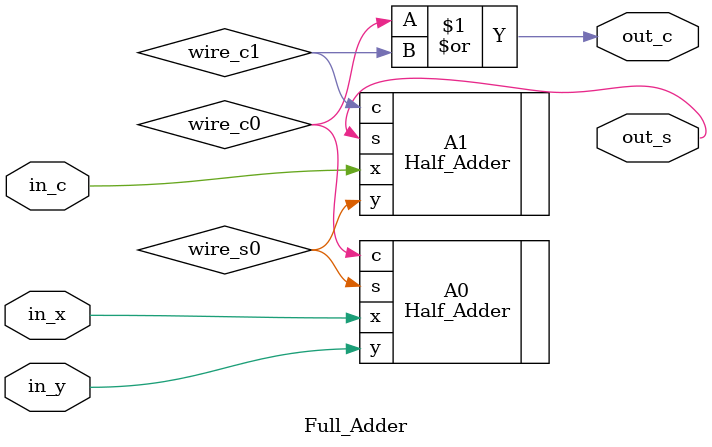
<source format=v>
`timescale 1ns / 1ps


module Full_Adder(
    input in_x, in_y, in_c,
    output out_s, out_c
    );
//    //Structural
//    assign out_s = in_x ^ in_y ^ in_c;
//    assign out_c = (in_x & in_y) | in_c & (in_x ^ in_y);

    //Model with half adder    
    wire wire_s0, wire_c0, wire_c1;

    Half_Adder A0 (
        .x(in_x),
        .y(in_y),
        .c(wire_c0),
        .s(wire_s0)
    );
    
    Half_Adder A1 (
        .x(in_c),
        .y(wire_s0),
        .c(wire_c1),
        .s(out_s)
    );
    
    assign out_c = wire_c0 | wire_c1;
    
endmodule

</source>
